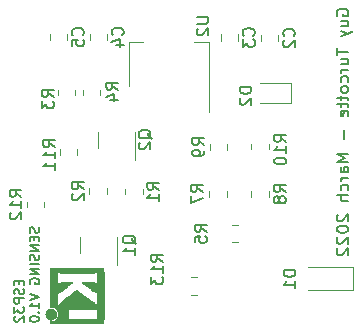
<source format=gbo>
G04 #@! TF.GenerationSoftware,KiCad,Pcbnew,6.0.4-6f826c9f35~116~ubuntu20.04.1*
G04 #@! TF.CreationDate,2022-03-23T14:40:53-04:00*
G04 #@! TF.ProjectId,ESP32 Sensing,45535033-3220-4536-956e-73696e672e6b,rev?*
G04 #@! TF.SameCoordinates,Original*
G04 #@! TF.FileFunction,Legend,Bot*
G04 #@! TF.FilePolarity,Positive*
%FSLAX46Y46*%
G04 Gerber Fmt 4.6, Leading zero omitted, Abs format (unit mm)*
G04 Created by KiCad (PCBNEW 6.0.4-6f826c9f35~116~ubuntu20.04.1) date 2022-03-23 14:40:53*
%MOMM*%
%LPD*%
G01*
G04 APERTURE LIST*
%ADD10C,0.150000*%
%ADD11C,0.120000*%
%ADD12C,0.010000*%
G04 APERTURE END LIST*
D10*
X145599696Y-97109194D02*
X145552076Y-97013956D01*
X145552076Y-96871098D01*
X145599696Y-96728241D01*
X145694934Y-96633003D01*
X145790172Y-96585384D01*
X145980648Y-96537765D01*
X146123505Y-96537765D01*
X146313981Y-96585384D01*
X146409219Y-96633003D01*
X146504457Y-96728241D01*
X146552076Y-96871098D01*
X146552076Y-96966337D01*
X146504457Y-97109194D01*
X146456838Y-97156813D01*
X146123505Y-97156813D01*
X146123505Y-96966337D01*
X145885410Y-98013956D02*
X146552076Y-98013956D01*
X145885410Y-97585384D02*
X146409219Y-97585384D01*
X146504457Y-97633003D01*
X146552076Y-97728241D01*
X146552076Y-97871098D01*
X146504457Y-97966337D01*
X146456838Y-98013956D01*
X145885410Y-98394908D02*
X146552076Y-98633003D01*
X145885410Y-98871098D02*
X146552076Y-98633003D01*
X146790172Y-98537765D01*
X146837791Y-98490146D01*
X146885410Y-98394908D01*
X145552076Y-99871098D02*
X145552076Y-100442527D01*
X146552076Y-100156813D02*
X145552076Y-100156813D01*
X145885410Y-101204432D02*
X146552076Y-101204432D01*
X145885410Y-100775860D02*
X146409219Y-100775860D01*
X146504457Y-100823479D01*
X146552076Y-100918717D01*
X146552076Y-101061575D01*
X146504457Y-101156813D01*
X146456838Y-101204432D01*
X146552076Y-101680622D02*
X145885410Y-101680622D01*
X146075886Y-101680622D02*
X145980648Y-101728241D01*
X145933029Y-101775860D01*
X145885410Y-101871098D01*
X145885410Y-101966337D01*
X146504457Y-102728241D02*
X146552076Y-102633003D01*
X146552076Y-102442527D01*
X146504457Y-102347289D01*
X146456838Y-102299670D01*
X146361600Y-102252051D01*
X146075886Y-102252051D01*
X145980648Y-102299670D01*
X145933029Y-102347289D01*
X145885410Y-102442527D01*
X145885410Y-102633003D01*
X145933029Y-102728241D01*
X146552076Y-103299670D02*
X146504457Y-103204432D01*
X146456838Y-103156813D01*
X146361600Y-103109194D01*
X146075886Y-103109194D01*
X145980648Y-103156813D01*
X145933029Y-103204432D01*
X145885410Y-103299670D01*
X145885410Y-103442527D01*
X145933029Y-103537765D01*
X145980648Y-103585384D01*
X146075886Y-103633003D01*
X146361600Y-103633003D01*
X146456838Y-103585384D01*
X146504457Y-103537765D01*
X146552076Y-103442527D01*
X146552076Y-103299670D01*
X145885410Y-103918717D02*
X145885410Y-104299670D01*
X145552076Y-104061575D02*
X146409219Y-104061575D01*
X146504457Y-104109194D01*
X146552076Y-104204432D01*
X146552076Y-104299670D01*
X145885410Y-104490146D02*
X145885410Y-104871098D01*
X145552076Y-104633003D02*
X146409219Y-104633003D01*
X146504457Y-104680622D01*
X146552076Y-104775860D01*
X146552076Y-104871098D01*
X146504457Y-105585384D02*
X146552076Y-105490146D01*
X146552076Y-105299670D01*
X146504457Y-105204432D01*
X146409219Y-105156813D01*
X146028267Y-105156813D01*
X145933029Y-105204432D01*
X145885410Y-105299670D01*
X145885410Y-105490146D01*
X145933029Y-105585384D01*
X146028267Y-105633003D01*
X146123505Y-105633003D01*
X146218743Y-105156813D01*
X146171124Y-106823479D02*
X146171124Y-107585384D01*
X146552076Y-108823479D02*
X145552076Y-108823479D01*
X146266362Y-109156813D01*
X145552076Y-109490146D01*
X146552076Y-109490146D01*
X146552076Y-110394908D02*
X146028267Y-110394908D01*
X145933029Y-110347289D01*
X145885410Y-110252051D01*
X145885410Y-110061575D01*
X145933029Y-109966337D01*
X146504457Y-110394908D02*
X146552076Y-110299670D01*
X146552076Y-110061575D01*
X146504457Y-109966337D01*
X146409219Y-109918717D01*
X146313981Y-109918717D01*
X146218743Y-109966337D01*
X146171124Y-110061575D01*
X146171124Y-110299670D01*
X146123505Y-110394908D01*
X146552076Y-110871098D02*
X145885410Y-110871098D01*
X146075886Y-110871098D02*
X145980648Y-110918717D01*
X145933029Y-110966337D01*
X145885410Y-111061575D01*
X145885410Y-111156813D01*
X146504457Y-111918717D02*
X146552076Y-111823479D01*
X146552076Y-111633003D01*
X146504457Y-111537765D01*
X146456838Y-111490146D01*
X146361600Y-111442527D01*
X146075886Y-111442527D01*
X145980648Y-111490146D01*
X145933029Y-111537765D01*
X145885410Y-111633003D01*
X145885410Y-111823479D01*
X145933029Y-111918717D01*
X146552076Y-112347289D02*
X145552076Y-112347289D01*
X146552076Y-112775860D02*
X146028267Y-112775860D01*
X145933029Y-112728241D01*
X145885410Y-112633003D01*
X145885410Y-112490146D01*
X145933029Y-112394908D01*
X145980648Y-112347289D01*
X145647315Y-113966337D02*
X145599696Y-114013956D01*
X145552076Y-114109194D01*
X145552076Y-114347289D01*
X145599696Y-114442527D01*
X145647315Y-114490146D01*
X145742553Y-114537765D01*
X145837791Y-114537765D01*
X145980648Y-114490146D01*
X146552076Y-113918717D01*
X146552076Y-114537765D01*
X145552076Y-115156813D02*
X145552076Y-115252051D01*
X145599696Y-115347289D01*
X145647315Y-115394908D01*
X145742553Y-115442527D01*
X145933029Y-115490146D01*
X146171124Y-115490146D01*
X146361600Y-115442527D01*
X146456838Y-115394908D01*
X146504457Y-115347289D01*
X146552076Y-115252051D01*
X146552076Y-115156813D01*
X146504457Y-115061575D01*
X146456838Y-115013956D01*
X146361600Y-114966337D01*
X146171124Y-114918717D01*
X145933029Y-114918717D01*
X145742553Y-114966337D01*
X145647315Y-115013956D01*
X145599696Y-115061575D01*
X145552076Y-115156813D01*
X145647315Y-115871098D02*
X145599696Y-115918717D01*
X145552076Y-116013956D01*
X145552076Y-116252051D01*
X145599696Y-116347289D01*
X145647315Y-116394908D01*
X145742553Y-116442527D01*
X145837791Y-116442527D01*
X145980648Y-116394908D01*
X146552076Y-115823479D01*
X146552076Y-116442527D01*
X145647315Y-116823479D02*
X145599696Y-116871098D01*
X145552076Y-116966337D01*
X145552076Y-117204432D01*
X145599696Y-117299670D01*
X145647315Y-117347289D01*
X145742553Y-117394908D01*
X145837791Y-117394908D01*
X145980648Y-117347289D01*
X146552076Y-116775860D01*
X146552076Y-117394908D01*
X118650679Y-119576931D02*
X118650679Y-119843598D01*
X119069726Y-119957883D02*
X119069726Y-119576931D01*
X118269726Y-119576931D01*
X118269726Y-119957883D01*
X119031631Y-120262645D02*
X119069726Y-120376931D01*
X119069726Y-120567407D01*
X119031631Y-120643598D01*
X118993536Y-120681693D01*
X118917345Y-120719788D01*
X118841155Y-120719788D01*
X118764964Y-120681693D01*
X118726869Y-120643598D01*
X118688774Y-120567407D01*
X118650679Y-120415026D01*
X118612583Y-120338836D01*
X118574488Y-120300740D01*
X118498298Y-120262645D01*
X118422107Y-120262645D01*
X118345917Y-120300740D01*
X118307822Y-120338836D01*
X118269726Y-120415026D01*
X118269726Y-120605502D01*
X118307822Y-120719788D01*
X119069726Y-121062645D02*
X118269726Y-121062645D01*
X118269726Y-121367407D01*
X118307822Y-121443598D01*
X118345917Y-121481693D01*
X118422107Y-121519788D01*
X118536393Y-121519788D01*
X118612583Y-121481693D01*
X118650679Y-121443598D01*
X118688774Y-121367407D01*
X118688774Y-121062645D01*
X118269726Y-121786455D02*
X118269726Y-122281693D01*
X118574488Y-122015026D01*
X118574488Y-122129312D01*
X118612583Y-122205502D01*
X118650679Y-122243598D01*
X118726869Y-122281693D01*
X118917345Y-122281693D01*
X118993536Y-122243598D01*
X119031631Y-122205502D01*
X119069726Y-122129312D01*
X119069726Y-121900740D01*
X119031631Y-121824550D01*
X118993536Y-121786455D01*
X118345917Y-122586455D02*
X118307822Y-122624550D01*
X118269726Y-122700740D01*
X118269726Y-122891217D01*
X118307822Y-122967407D01*
X118345917Y-123005502D01*
X118422107Y-123043598D01*
X118498298Y-123043598D01*
X118612583Y-123005502D01*
X119069726Y-122548359D01*
X119069726Y-123043598D01*
X120319631Y-115043598D02*
X120357726Y-115157883D01*
X120357726Y-115348359D01*
X120319631Y-115424550D01*
X120281536Y-115462645D01*
X120205345Y-115500740D01*
X120129155Y-115500740D01*
X120052964Y-115462645D01*
X120014869Y-115424550D01*
X119976774Y-115348359D01*
X119938679Y-115195979D01*
X119900583Y-115119788D01*
X119862488Y-115081693D01*
X119786298Y-115043598D01*
X119710107Y-115043598D01*
X119633917Y-115081693D01*
X119595822Y-115119788D01*
X119557726Y-115195979D01*
X119557726Y-115386455D01*
X119595822Y-115500740D01*
X119938679Y-115843598D02*
X119938679Y-116110264D01*
X120357726Y-116224550D02*
X120357726Y-115843598D01*
X119557726Y-115843598D01*
X119557726Y-116224550D01*
X120357726Y-116567407D02*
X119557726Y-116567407D01*
X120357726Y-117024550D01*
X119557726Y-117024550D01*
X120319631Y-117367407D02*
X120357726Y-117481693D01*
X120357726Y-117672169D01*
X120319631Y-117748359D01*
X120281536Y-117786455D01*
X120205345Y-117824550D01*
X120129155Y-117824550D01*
X120052964Y-117786455D01*
X120014869Y-117748359D01*
X119976774Y-117672169D01*
X119938679Y-117519788D01*
X119900583Y-117443598D01*
X119862488Y-117405502D01*
X119786298Y-117367407D01*
X119710107Y-117367407D01*
X119633917Y-117405502D01*
X119595822Y-117443598D01*
X119557726Y-117519788D01*
X119557726Y-117710264D01*
X119595822Y-117824550D01*
X120357726Y-118167407D02*
X119557726Y-118167407D01*
X120357726Y-118548359D02*
X119557726Y-118548359D01*
X120357726Y-119005502D01*
X119557726Y-119005502D01*
X119595822Y-119805502D02*
X119557726Y-119729312D01*
X119557726Y-119615026D01*
X119595822Y-119500740D01*
X119672012Y-119424550D01*
X119748202Y-119386455D01*
X119900583Y-119348359D01*
X120014869Y-119348359D01*
X120167250Y-119386455D01*
X120243441Y-119424550D01*
X120319631Y-119500740D01*
X120357726Y-119615026D01*
X120357726Y-119691217D01*
X120319631Y-119805502D01*
X120281536Y-119843598D01*
X120014869Y-119843598D01*
X120014869Y-119691217D01*
X119557726Y-120681693D02*
X120357726Y-120948359D01*
X119557726Y-121215026D01*
X120357726Y-121900740D02*
X120357726Y-121443598D01*
X120357726Y-121672169D02*
X119557726Y-121672169D01*
X119672012Y-121595979D01*
X119748202Y-121519788D01*
X119786298Y-121443598D01*
X120281536Y-122243598D02*
X120319631Y-122281693D01*
X120357726Y-122243598D01*
X120319631Y-122205502D01*
X120281536Y-122243598D01*
X120357726Y-122243598D01*
X119557726Y-122776931D02*
X119557726Y-122853121D01*
X119595822Y-122929312D01*
X119633917Y-122967407D01*
X119710107Y-123005502D01*
X119862488Y-123043598D01*
X120052964Y-123043598D01*
X120205345Y-123005502D01*
X120281536Y-122967407D01*
X120319631Y-122929312D01*
X120357726Y-122853121D01*
X120357726Y-122776931D01*
X120319631Y-122700740D01*
X120281536Y-122662645D01*
X120205345Y-122624550D01*
X120052964Y-122586455D01*
X119862488Y-122586455D01*
X119710107Y-122624550D01*
X119633917Y-122662645D01*
X119595822Y-122700740D01*
X119557726Y-122776931D01*
X130829036Y-117945755D02*
X130352846Y-117612422D01*
X130829036Y-117374327D02*
X129829036Y-117374327D01*
X129829036Y-117755279D01*
X129876656Y-117850517D01*
X129924275Y-117898136D01*
X130019513Y-117945755D01*
X130162370Y-117945755D01*
X130257608Y-117898136D01*
X130305227Y-117850517D01*
X130352846Y-117755279D01*
X130352846Y-117374327D01*
X130829036Y-118898136D02*
X130829036Y-118326708D01*
X130829036Y-118612422D02*
X129829036Y-118612422D01*
X129971894Y-118517184D01*
X130067132Y-118421946D01*
X130114751Y-118326708D01*
X129829036Y-119231470D02*
X129829036Y-119850517D01*
X130209989Y-119517184D01*
X130209989Y-119660041D01*
X130257608Y-119755279D01*
X130305227Y-119802898D01*
X130400465Y-119850517D01*
X130638560Y-119850517D01*
X130733798Y-119802898D01*
X130781417Y-119755279D01*
X130829036Y-119660041D01*
X130829036Y-119374327D01*
X130781417Y-119279089D01*
X130733798Y-119231470D01*
X134206604Y-112024782D02*
X133730414Y-111691449D01*
X134206604Y-111453353D02*
X133206604Y-111453353D01*
X133206604Y-111834306D01*
X133254224Y-111929544D01*
X133301843Y-111977163D01*
X133397081Y-112024782D01*
X133539938Y-112024782D01*
X133635176Y-111977163D01*
X133682795Y-111929544D01*
X133730414Y-111834306D01*
X133730414Y-111453353D01*
X133206604Y-112358115D02*
X133206604Y-113024782D01*
X134206604Y-112596210D01*
X127035560Y-103375440D02*
X126559370Y-103042107D01*
X127035560Y-102804011D02*
X126035560Y-102804011D01*
X126035560Y-103184964D01*
X126083180Y-103280202D01*
X126130799Y-103327821D01*
X126226037Y-103375440D01*
X126368894Y-103375440D01*
X126464132Y-103327821D01*
X126511751Y-103280202D01*
X126559370Y-103184964D01*
X126559370Y-102804011D01*
X126368894Y-104232583D02*
X127035560Y-104232583D01*
X125987941Y-103994487D02*
X126702227Y-103756392D01*
X126702227Y-104375440D01*
X121596077Y-104012902D02*
X121119887Y-103679569D01*
X121596077Y-103441473D02*
X120596077Y-103441473D01*
X120596077Y-103822426D01*
X120643697Y-103917664D01*
X120691316Y-103965283D01*
X120786554Y-104012902D01*
X120929411Y-104012902D01*
X121024649Y-103965283D01*
X121072268Y-103917664D01*
X121119887Y-103822426D01*
X121119887Y-103441473D01*
X120596077Y-104346235D02*
X120596077Y-104965283D01*
X120977030Y-104631949D01*
X120977030Y-104774807D01*
X121024649Y-104870045D01*
X121072268Y-104917664D01*
X121167506Y-104965283D01*
X121405601Y-104965283D01*
X121500839Y-104917664D01*
X121548458Y-104870045D01*
X121596077Y-104774807D01*
X121596077Y-104489092D01*
X121548458Y-104393854D01*
X121500839Y-104346235D01*
X129888686Y-107545433D02*
X129841067Y-107450195D01*
X129745828Y-107354957D01*
X129602971Y-107212100D01*
X129555352Y-107116862D01*
X129555352Y-107021624D01*
X129793447Y-107069243D02*
X129745828Y-106974005D01*
X129650590Y-106878767D01*
X129460114Y-106831148D01*
X129126781Y-106831148D01*
X128936305Y-106878767D01*
X128841067Y-106974005D01*
X128793447Y-107069243D01*
X128793447Y-107259719D01*
X128841067Y-107354957D01*
X128936305Y-107450195D01*
X129126781Y-107497814D01*
X129460114Y-107497814D01*
X129650590Y-107450195D01*
X129745828Y-107354957D01*
X129793447Y-107259719D01*
X129793447Y-107069243D01*
X128888686Y-107878767D02*
X128841067Y-107926386D01*
X128793447Y-108021624D01*
X128793447Y-108259719D01*
X128841067Y-108354957D01*
X128888686Y-108402576D01*
X128983924Y-108450195D01*
X129079162Y-108450195D01*
X129222019Y-108402576D01*
X129793447Y-107831148D01*
X129793447Y-108450195D01*
X141281057Y-107804206D02*
X140804867Y-107470873D01*
X141281057Y-107232778D02*
X140281057Y-107232778D01*
X140281057Y-107613730D01*
X140328677Y-107708968D01*
X140376296Y-107756587D01*
X140471534Y-107804206D01*
X140614391Y-107804206D01*
X140709629Y-107756587D01*
X140757248Y-107708968D01*
X140804867Y-107613730D01*
X140804867Y-107232778D01*
X141281057Y-108756587D02*
X141281057Y-108185159D01*
X141281057Y-108470873D02*
X140281057Y-108470873D01*
X140423915Y-108375635D01*
X140519153Y-108280397D01*
X140566772Y-108185159D01*
X140281057Y-109375635D02*
X140281057Y-109470873D01*
X140328677Y-109566111D01*
X140376296Y-109613730D01*
X140471534Y-109661349D01*
X140662010Y-109708968D01*
X140900105Y-109708968D01*
X141090581Y-109661349D01*
X141185819Y-109613730D01*
X141233438Y-109566111D01*
X141281057Y-109470873D01*
X141281057Y-109375635D01*
X141233438Y-109280397D01*
X141185819Y-109232778D01*
X141090581Y-109185159D01*
X140900105Y-109137540D01*
X140662010Y-109137540D01*
X140471534Y-109185159D01*
X140376296Y-109232778D01*
X140328677Y-109280397D01*
X140281057Y-109375635D01*
X134540492Y-115402190D02*
X134064302Y-115068857D01*
X134540492Y-114830761D02*
X133540492Y-114830761D01*
X133540492Y-115211714D01*
X133588112Y-115306952D01*
X133635731Y-115354571D01*
X133730969Y-115402190D01*
X133873826Y-115402190D01*
X133969064Y-115354571D01*
X134016683Y-115306952D01*
X134064302Y-115211714D01*
X134064302Y-114830761D01*
X133540492Y-116306952D02*
X133540492Y-115830761D01*
X134016683Y-115783142D01*
X133969064Y-115830761D01*
X133921445Y-115925999D01*
X133921445Y-116164095D01*
X133969064Y-116259333D01*
X134016683Y-116306952D01*
X134111921Y-116354571D01*
X134350016Y-116354571D01*
X134445254Y-116306952D01*
X134492873Y-116259333D01*
X134540492Y-116164095D01*
X134540492Y-115925999D01*
X134492873Y-115830761D01*
X134445254Y-115783142D01*
X127423440Y-98750882D02*
X127471059Y-98703263D01*
X127518678Y-98560406D01*
X127518678Y-98465168D01*
X127471059Y-98322310D01*
X127375821Y-98227072D01*
X127280583Y-98179453D01*
X127090107Y-98131834D01*
X126947250Y-98131834D01*
X126756774Y-98179453D01*
X126661536Y-98227072D01*
X126566298Y-98322310D01*
X126518678Y-98465168D01*
X126518678Y-98560406D01*
X126566298Y-98703263D01*
X126613917Y-98750882D01*
X126852012Y-99608025D02*
X127518678Y-99608025D01*
X126471059Y-99369929D02*
X127185345Y-99131834D01*
X127185345Y-99750882D01*
X128556316Y-116449188D02*
X128508697Y-116353950D01*
X128413458Y-116258712D01*
X128270601Y-116115855D01*
X128222982Y-116020617D01*
X128222982Y-115925379D01*
X128461077Y-115972998D02*
X128413458Y-115877760D01*
X128318220Y-115782522D01*
X128127744Y-115734903D01*
X127794411Y-115734903D01*
X127603935Y-115782522D01*
X127508697Y-115877760D01*
X127461077Y-115972998D01*
X127461077Y-116163474D01*
X127508697Y-116258712D01*
X127603935Y-116353950D01*
X127794411Y-116401569D01*
X128127744Y-116401569D01*
X128318220Y-116353950D01*
X128413458Y-116258712D01*
X128461077Y-116163474D01*
X128461077Y-115972998D01*
X128461077Y-117353950D02*
X128461077Y-116782522D01*
X128461077Y-117068236D02*
X127461077Y-117068236D01*
X127603935Y-116972998D01*
X127699173Y-116877760D01*
X127746792Y-116782522D01*
X134343494Y-108079551D02*
X133867304Y-107746218D01*
X134343494Y-107508122D02*
X133343494Y-107508122D01*
X133343494Y-107889075D01*
X133391114Y-107984313D01*
X133438733Y-108031932D01*
X133533971Y-108079551D01*
X133676828Y-108079551D01*
X133772066Y-108031932D01*
X133819685Y-107984313D01*
X133867304Y-107889075D01*
X133867304Y-107508122D01*
X134343494Y-108555741D02*
X134343494Y-108746218D01*
X134295875Y-108841456D01*
X134248256Y-108889075D01*
X134105399Y-108984313D01*
X133914923Y-109031932D01*
X133533971Y-109031932D01*
X133438733Y-108984313D01*
X133391114Y-108936694D01*
X133343494Y-108841456D01*
X133343494Y-108650979D01*
X133391114Y-108555741D01*
X133438733Y-108508122D01*
X133533971Y-108460503D01*
X133772066Y-108460503D01*
X133867304Y-108508122D01*
X133914923Y-108555741D01*
X133962542Y-108650979D01*
X133962542Y-108841456D01*
X133914923Y-108936694D01*
X133867304Y-108984313D01*
X133772066Y-109031932D01*
X138510169Y-98801736D02*
X138557788Y-98754117D01*
X138605407Y-98611260D01*
X138605407Y-98516022D01*
X138557788Y-98373164D01*
X138462550Y-98277926D01*
X138367312Y-98230307D01*
X138176836Y-98182688D01*
X138033979Y-98182688D01*
X137843503Y-98230307D01*
X137748265Y-98277926D01*
X137653027Y-98373164D01*
X137605407Y-98516022D01*
X137605407Y-98611260D01*
X137653027Y-98754117D01*
X137700646Y-98801736D01*
X137605407Y-99135069D02*
X137605407Y-99754117D01*
X137986360Y-99420783D01*
X137986360Y-99563641D01*
X138033979Y-99658879D01*
X138081598Y-99706498D01*
X138176836Y-99754117D01*
X138414931Y-99754117D01*
X138510169Y-99706498D01*
X138557788Y-99658879D01*
X138605407Y-99563641D01*
X138605407Y-99277926D01*
X138557788Y-99182688D01*
X138510169Y-99135069D01*
X141245314Y-112044426D02*
X140769124Y-111711093D01*
X141245314Y-111472997D02*
X140245314Y-111472997D01*
X140245314Y-111853950D01*
X140292934Y-111949188D01*
X140340553Y-111996807D01*
X140435791Y-112044426D01*
X140578648Y-112044426D01*
X140673886Y-111996807D01*
X140721505Y-111949188D01*
X140769124Y-111853950D01*
X140769124Y-111472997D01*
X140673886Y-112615854D02*
X140626267Y-112520616D01*
X140578648Y-112472997D01*
X140483410Y-112425378D01*
X140435791Y-112425378D01*
X140340553Y-112472997D01*
X140292934Y-112520616D01*
X140245314Y-112615854D01*
X140245314Y-112806331D01*
X140292934Y-112901569D01*
X140340553Y-112949188D01*
X140435791Y-112996807D01*
X140483410Y-112996807D01*
X140578648Y-112949188D01*
X140626267Y-112901569D01*
X140673886Y-112806331D01*
X140673886Y-112615854D01*
X140721505Y-112520616D01*
X140769124Y-112472997D01*
X140864362Y-112425378D01*
X141054838Y-112425378D01*
X141150076Y-112472997D01*
X141197695Y-112520616D01*
X141245314Y-112615854D01*
X141245314Y-112806331D01*
X141197695Y-112901569D01*
X141150076Y-112949188D01*
X141054838Y-112996807D01*
X140864362Y-112996807D01*
X140769124Y-112949188D01*
X140721505Y-112901569D01*
X140673886Y-112806331D01*
X142064536Y-118658069D02*
X141064536Y-118658069D01*
X141064536Y-118896165D01*
X141112156Y-119039022D01*
X141207394Y-119134260D01*
X141302632Y-119181879D01*
X141493108Y-119229498D01*
X141635965Y-119229498D01*
X141826441Y-119181879D01*
X141921679Y-119134260D01*
X142016917Y-119039022D01*
X142064536Y-118896165D01*
X142064536Y-118658069D01*
X142064536Y-120181879D02*
X142064536Y-119610450D01*
X142064536Y-119896165D02*
X141064536Y-119896165D01*
X141207394Y-119800926D01*
X141302632Y-119705688D01*
X141350251Y-119610450D01*
X124141258Y-111815348D02*
X123665068Y-111482015D01*
X124141258Y-111243919D02*
X123141258Y-111243919D01*
X123141258Y-111624872D01*
X123188878Y-111720110D01*
X123236497Y-111767729D01*
X123331735Y-111815348D01*
X123474592Y-111815348D01*
X123569830Y-111767729D01*
X123617449Y-111720110D01*
X123665068Y-111624872D01*
X123665068Y-111243919D01*
X123236497Y-112196300D02*
X123188878Y-112243919D01*
X123141258Y-112339157D01*
X123141258Y-112577253D01*
X123188878Y-112672491D01*
X123236497Y-112720110D01*
X123331735Y-112767729D01*
X123426973Y-112767729D01*
X123569830Y-112720110D01*
X124141258Y-112148681D01*
X124141258Y-112767729D01*
X118861861Y-112471730D02*
X118385671Y-112138397D01*
X118861861Y-111900302D02*
X117861861Y-111900302D01*
X117861861Y-112281254D01*
X117909481Y-112376492D01*
X117957100Y-112424111D01*
X118052338Y-112471730D01*
X118195195Y-112471730D01*
X118290433Y-112424111D01*
X118338052Y-112376492D01*
X118385671Y-112281254D01*
X118385671Y-111900302D01*
X118861861Y-113424111D02*
X118861861Y-112852683D01*
X118861861Y-113138397D02*
X117861861Y-113138397D01*
X118004719Y-113043159D01*
X118099957Y-112947921D01*
X118147576Y-112852683D01*
X117957100Y-113805064D02*
X117909481Y-113852683D01*
X117861861Y-113947921D01*
X117861861Y-114186016D01*
X117909481Y-114281254D01*
X117957100Y-114328873D01*
X118052338Y-114376492D01*
X118147576Y-114376492D01*
X118290433Y-114328873D01*
X118861861Y-113757445D01*
X118861861Y-114376492D01*
X138332871Y-103160656D02*
X137332871Y-103160656D01*
X137332871Y-103398752D01*
X137380491Y-103541609D01*
X137475729Y-103636847D01*
X137570967Y-103684466D01*
X137761443Y-103732085D01*
X137904300Y-103732085D01*
X138094776Y-103684466D01*
X138190014Y-103636847D01*
X138285252Y-103541609D01*
X138332871Y-103398752D01*
X138332871Y-103160656D01*
X137428110Y-104113037D02*
X137380491Y-104160656D01*
X137332871Y-104255894D01*
X137332871Y-104493990D01*
X137380491Y-104589228D01*
X137428110Y-104636847D01*
X137523348Y-104684466D01*
X137618586Y-104684466D01*
X137761443Y-104636847D01*
X138332871Y-104065418D01*
X138332871Y-104684466D01*
X130496298Y-111856082D02*
X130020108Y-111522749D01*
X130496298Y-111284653D02*
X129496298Y-111284653D01*
X129496298Y-111665606D01*
X129543918Y-111760844D01*
X129591537Y-111808463D01*
X129686775Y-111856082D01*
X129829632Y-111856082D01*
X129924870Y-111808463D01*
X129972489Y-111760844D01*
X130020108Y-111665606D01*
X130020108Y-111284653D01*
X130496298Y-112808463D02*
X130496298Y-112237034D01*
X130496298Y-112522749D02*
X129496298Y-112522749D01*
X129639156Y-112427510D01*
X129734394Y-112332272D01*
X129782013Y-112237034D01*
X133697629Y-97224228D02*
X134507153Y-97224228D01*
X134602391Y-97271847D01*
X134650010Y-97319466D01*
X134697629Y-97414704D01*
X134697629Y-97605180D01*
X134650010Y-97700418D01*
X134602391Y-97748037D01*
X134507153Y-97795656D01*
X133697629Y-97795656D01*
X133792868Y-98224228D02*
X133745249Y-98271847D01*
X133697629Y-98367085D01*
X133697629Y-98605180D01*
X133745249Y-98700418D01*
X133792868Y-98748037D01*
X133888106Y-98795656D01*
X133983344Y-98795656D01*
X134126201Y-98748037D01*
X134697629Y-98176609D01*
X134697629Y-98795656D01*
X121708779Y-108261680D02*
X121232589Y-107928347D01*
X121708779Y-107690252D02*
X120708779Y-107690252D01*
X120708779Y-108071204D01*
X120756399Y-108166442D01*
X120804018Y-108214061D01*
X120899256Y-108261680D01*
X121042113Y-108261680D01*
X121137351Y-108214061D01*
X121184970Y-108166442D01*
X121232589Y-108071204D01*
X121232589Y-107690252D01*
X121708779Y-109214061D02*
X121708779Y-108642633D01*
X121708779Y-108928347D02*
X120708779Y-108928347D01*
X120851637Y-108833109D01*
X120946875Y-108737871D01*
X120994494Y-108642633D01*
X121708779Y-110166442D02*
X121708779Y-109595014D01*
X121708779Y-109880728D02*
X120708779Y-109880728D01*
X120851637Y-109785490D01*
X120946875Y-109690252D01*
X120994494Y-109595014D01*
X141915321Y-98833939D02*
X141962940Y-98786320D01*
X142010559Y-98643463D01*
X142010559Y-98548225D01*
X141962940Y-98405367D01*
X141867702Y-98310129D01*
X141772464Y-98262510D01*
X141581988Y-98214891D01*
X141439131Y-98214891D01*
X141248655Y-98262510D01*
X141153417Y-98310129D01*
X141058179Y-98405367D01*
X141010559Y-98548225D01*
X141010559Y-98643463D01*
X141058179Y-98786320D01*
X141105798Y-98833939D01*
X141105798Y-99214891D02*
X141058179Y-99262510D01*
X141010559Y-99357748D01*
X141010559Y-99595844D01*
X141058179Y-99691082D01*
X141105798Y-99738701D01*
X141201036Y-99786320D01*
X141296274Y-99786320D01*
X141439131Y-99738701D01*
X142010559Y-99167272D01*
X142010559Y-99786320D01*
X124049894Y-98774624D02*
X124097513Y-98727005D01*
X124145132Y-98584148D01*
X124145132Y-98488910D01*
X124097513Y-98346052D01*
X124002275Y-98250814D01*
X123907037Y-98203195D01*
X123716561Y-98155576D01*
X123573704Y-98155576D01*
X123383228Y-98203195D01*
X123287990Y-98250814D01*
X123192752Y-98346052D01*
X123145132Y-98488910D01*
X123145132Y-98584148D01*
X123192752Y-98727005D01*
X123240371Y-98774624D01*
X123145132Y-99679386D02*
X123145132Y-99203195D01*
X123621323Y-99155576D01*
X123573704Y-99203195D01*
X123526085Y-99298433D01*
X123526085Y-99536529D01*
X123573704Y-99631767D01*
X123621323Y-99679386D01*
X123716561Y-99727005D01*
X123954656Y-99727005D01*
X124049894Y-99679386D01*
X124097513Y-99631767D01*
X124145132Y-99536529D01*
X124145132Y-99298433D01*
X124097513Y-99203195D01*
X124049894Y-99155576D01*
D11*
X133702809Y-119284834D02*
X133248681Y-119284834D01*
X133702809Y-120754834D02*
X133248681Y-120754834D01*
X136257187Y-111984029D02*
X136257187Y-112438157D01*
X134787187Y-111984029D02*
X134787187Y-112438157D01*
X125519101Y-103852659D02*
X125519101Y-103398531D01*
X124049101Y-103852659D02*
X124049101Y-103398531D01*
X123421912Y-103418315D02*
X123421912Y-103872443D01*
X121951912Y-103418315D02*
X121951912Y-103872443D01*
X128501067Y-107640672D02*
X128501067Y-106990672D01*
X125381067Y-107640672D02*
X125381067Y-106990672D01*
X125381067Y-107640672D02*
X125381067Y-108290672D01*
X128501067Y-107640672D02*
X128501067Y-109315672D01*
X139800471Y-107992936D02*
X139800471Y-108447064D01*
X138330471Y-107992936D02*
X138330471Y-108447064D01*
X136722674Y-114838251D02*
X137176802Y-114838251D01*
X136722674Y-116308251D02*
X137176802Y-116308251D01*
X124651298Y-99178801D02*
X124651298Y-98656297D01*
X126121298Y-99178801D02*
X126121298Y-98656297D01*
X123868478Y-116544427D02*
X123868478Y-115894427D01*
X123868478Y-116544427D02*
X123868478Y-117194427D01*
X126988478Y-116544427D02*
X126988478Y-118219427D01*
X126988478Y-116544427D02*
X126988478Y-115894427D01*
X134810928Y-108019154D02*
X134810928Y-108473282D01*
X136280928Y-108019154D02*
X136280928Y-108473282D01*
G36*
X122124143Y-118456857D02*
G01*
X122271348Y-118456554D01*
X122435481Y-118456368D01*
X122617484Y-118456274D01*
X122818297Y-118456245D01*
X123038864Y-118456255D01*
X123280124Y-118456280D01*
X123543021Y-118456294D01*
X123585172Y-118456294D01*
X123845800Y-118456270D01*
X124084928Y-118456231D01*
X124303492Y-118456208D01*
X124502427Y-118456229D01*
X124682667Y-118456323D01*
X124845147Y-118456521D01*
X124990802Y-118456853D01*
X125120566Y-118457347D01*
X125235375Y-118458033D01*
X125336162Y-118458940D01*
X125423862Y-118460099D01*
X125499411Y-118461538D01*
X125563743Y-118463287D01*
X125617793Y-118465376D01*
X125662495Y-118467833D01*
X125698784Y-118470689D01*
X125727595Y-118473973D01*
X125749863Y-118477714D01*
X125766522Y-118481942D01*
X125778507Y-118486687D01*
X125786753Y-118491977D01*
X125792194Y-118497843D01*
X125795766Y-118504314D01*
X125798402Y-118511419D01*
X125801038Y-118519188D01*
X125804609Y-118527650D01*
X125806277Y-118532008D01*
X125808243Y-118540521D01*
X125810043Y-118553222D01*
X125811687Y-118571031D01*
X125813179Y-118594867D01*
X125814529Y-118625650D01*
X125815743Y-118664299D01*
X125816829Y-118711734D01*
X125817793Y-118768873D01*
X125818643Y-118836637D01*
X125819385Y-118915945D01*
X125820029Y-119007717D01*
X125820579Y-119112872D01*
X125821045Y-119232329D01*
X125821432Y-119367008D01*
X125821748Y-119517828D01*
X125822001Y-119685710D01*
X125822198Y-119871571D01*
X125822345Y-120076333D01*
X125822450Y-120300914D01*
X125822521Y-120546234D01*
X125822564Y-120813212D01*
X125822569Y-120851595D01*
X125822612Y-121116994D01*
X125822657Y-121360866D01*
X125822680Y-121584133D01*
X125822656Y-121787720D01*
X125822562Y-121972549D01*
X125822375Y-122139543D01*
X125822071Y-122289626D01*
X125821626Y-122423720D01*
X125821017Y-122542750D01*
X125820221Y-122647637D01*
X125819212Y-122739306D01*
X125817969Y-122818679D01*
X125816467Y-122886679D01*
X125814683Y-122944230D01*
X125812593Y-122992254D01*
X125810174Y-123031676D01*
X125807402Y-123063417D01*
X125804253Y-123088402D01*
X125800704Y-123107552D01*
X125796730Y-123121793D01*
X125792310Y-123132045D01*
X125787418Y-123139234D01*
X125782032Y-123144281D01*
X125776128Y-123148111D01*
X125769681Y-123151645D01*
X125762669Y-123155808D01*
X125760819Y-123156891D01*
X125755312Y-123159103D01*
X125747000Y-123161130D01*
X125734941Y-123162978D01*
X125718195Y-123164655D01*
X125695819Y-123166171D01*
X125666872Y-123167533D01*
X125630412Y-123168749D01*
X125585499Y-123169827D01*
X125531189Y-123170776D01*
X125466542Y-123171604D01*
X125390616Y-123172319D01*
X125302470Y-123172929D01*
X125201161Y-123173442D01*
X125085749Y-123173866D01*
X124955292Y-123174210D01*
X124808848Y-123174482D01*
X124645476Y-123174689D01*
X124464233Y-123174840D01*
X124264180Y-123174944D01*
X124044373Y-123175008D01*
X123803871Y-123175040D01*
X123541734Y-123175049D01*
X121350163Y-123175049D01*
X121311781Y-123136667D01*
X121288043Y-123109561D01*
X121276243Y-123082663D01*
X121273399Y-123046356D01*
X121273399Y-122994427D01*
X121361338Y-122994427D01*
X121411234Y-122992489D01*
X121521655Y-122973717D01*
X121623119Y-122936699D01*
X121714284Y-122883547D01*
X121793805Y-122816370D01*
X121815381Y-122790721D01*
X122786110Y-122790721D01*
X123962977Y-122793796D01*
X125139843Y-122796871D01*
X125198754Y-122823509D01*
X125223315Y-122835431D01*
X125253566Y-122852670D01*
X125270692Y-122865842D01*
X125278723Y-122873840D01*
X125293625Y-122881538D01*
X125294897Y-122877656D01*
X125296923Y-122854396D01*
X125298758Y-122812042D01*
X125300359Y-122752784D01*
X125301681Y-122678809D01*
X125302680Y-122592306D01*
X125303312Y-122495464D01*
X125303532Y-122390471D01*
X125303481Y-122321560D01*
X125303223Y-122223309D01*
X125302769Y-122133886D01*
X125302142Y-122055583D01*
X125301367Y-121990693D01*
X125300467Y-121941505D01*
X125299466Y-121910312D01*
X125298389Y-121899405D01*
X125295169Y-121900594D01*
X125277584Y-121910740D01*
X125251290Y-121927876D01*
X125238823Y-121936376D01*
X125224754Y-121945587D01*
X125210483Y-121953683D01*
X125194611Y-121960731D01*
X125175741Y-121966799D01*
X125152473Y-121971955D01*
X125123410Y-121976265D01*
X125087153Y-121979797D01*
X125042302Y-121982619D01*
X124987460Y-121984798D01*
X124921229Y-121986402D01*
X124842209Y-121987497D01*
X124749003Y-121988151D01*
X124640211Y-121988432D01*
X124514435Y-121988407D01*
X124370277Y-121988144D01*
X124206339Y-121987710D01*
X124021221Y-121987171D01*
X123842364Y-121986637D01*
X123683506Y-121986111D01*
X123544448Y-121985566D01*
X123423797Y-121984971D01*
X123320160Y-121984297D01*
X123232143Y-121983513D01*
X123158355Y-121982590D01*
X123097401Y-121981497D01*
X123047889Y-121980204D01*
X123008425Y-121978681D01*
X122977616Y-121976897D01*
X122954070Y-121974824D01*
X122936392Y-121972430D01*
X122923191Y-121969686D01*
X122913072Y-121966560D01*
X122904643Y-121963024D01*
X122896507Y-121959125D01*
X122859676Y-121939478D01*
X122829523Y-121920691D01*
X122828040Y-121919644D01*
X122805791Y-121905314D01*
X122792834Y-121899405D01*
X122792381Y-121900412D01*
X122790935Y-121917611D01*
X122789612Y-121954260D01*
X122788448Y-122007954D01*
X122787479Y-122076286D01*
X122786743Y-122156852D01*
X122786274Y-122247246D01*
X122786110Y-122345063D01*
X122786110Y-122790721D01*
X121815381Y-122790721D01*
X121860337Y-122737278D01*
X121912538Y-122648382D01*
X121949062Y-122551791D01*
X121968566Y-122449616D01*
X121969705Y-122343966D01*
X121951137Y-122236952D01*
X121911516Y-122130684D01*
X121853648Y-122033697D01*
X121778816Y-121948623D01*
X121690747Y-121879901D01*
X121591748Y-121828998D01*
X121484125Y-121797381D01*
X121370186Y-121786516D01*
X121273399Y-121786516D01*
X121273399Y-120558800D01*
X121882999Y-120558800D01*
X121883249Y-121690560D01*
X121913854Y-121651049D01*
X121921221Y-121641668D01*
X121975570Y-121578733D01*
X122043391Y-121509919D01*
X122126648Y-121433320D01*
X122227310Y-121347028D01*
X122247979Y-121329864D01*
X122297541Y-121289083D01*
X122358458Y-121239328D01*
X122429030Y-121181961D01*
X122507556Y-121118347D01*
X122592336Y-121049847D01*
X122681669Y-120977826D01*
X122773854Y-120903646D01*
X122792834Y-120888399D01*
X122867192Y-120828670D01*
X122959980Y-120754263D01*
X123050520Y-120681785D01*
X123137110Y-120612602D01*
X123218050Y-120548075D01*
X123291638Y-120489569D01*
X123356176Y-120438446D01*
X123409961Y-120396069D01*
X123451294Y-120363801D01*
X123478474Y-120343006D01*
X123489800Y-120335047D01*
X123493903Y-120336805D01*
X123514466Y-120349686D01*
X123550693Y-120374031D01*
X123600956Y-120408669D01*
X123663624Y-120452430D01*
X123737068Y-120504141D01*
X123819659Y-120562632D01*
X123909768Y-120626732D01*
X124005763Y-120695270D01*
X124106017Y-120767073D01*
X124208900Y-120840972D01*
X124312782Y-120915795D01*
X124416033Y-120990371D01*
X124517024Y-121063529D01*
X124614126Y-121134097D01*
X124705709Y-121200905D01*
X124790143Y-121262781D01*
X124865799Y-121318555D01*
X124931048Y-121367054D01*
X124984260Y-121407109D01*
X125023805Y-121437547D01*
X125049158Y-121457972D01*
X125103427Y-121504017D01*
X125159907Y-121554304D01*
X125209801Y-121601101D01*
X125303532Y-121692265D01*
X125303532Y-120537826D01*
X125227332Y-120538460D01*
X125185292Y-120537342D01*
X125149466Y-120531612D01*
X125111904Y-120519026D01*
X125063709Y-120497348D01*
X125057029Y-120494127D01*
X125007491Y-120468728D01*
X124959501Y-120441920D01*
X124922598Y-120418999D01*
X124915966Y-120414431D01*
X124884725Y-120392400D01*
X124839786Y-120360223D01*
X124783279Y-120319459D01*
X124717336Y-120271671D01*
X124644089Y-120218418D01*
X124565668Y-120161261D01*
X124484204Y-120101761D01*
X124401830Y-120041479D01*
X124320676Y-119981976D01*
X124242874Y-119924811D01*
X124170555Y-119871546D01*
X124105850Y-119823742D01*
X124050891Y-119782959D01*
X124007808Y-119750758D01*
X123978734Y-119728700D01*
X123965799Y-119718345D01*
X123961483Y-119713872D01*
X123959444Y-119709680D01*
X123962058Y-119706273D01*
X123971118Y-119703591D01*
X123988417Y-119701575D01*
X124015746Y-119700168D01*
X124054897Y-119699311D01*
X124107665Y-119698946D01*
X124175839Y-119699013D01*
X124261214Y-119699456D01*
X124365581Y-119700214D01*
X124490732Y-119701231D01*
X124535432Y-119701608D01*
X124656527Y-119702747D01*
X124757820Y-119703944D01*
X124841394Y-119705280D01*
X124909336Y-119706839D01*
X124963731Y-119708701D01*
X125006664Y-119710950D01*
X125040221Y-119713668D01*
X125066487Y-119716937D01*
X125087548Y-119720838D01*
X125105489Y-119725455D01*
X125131902Y-119733724D01*
X125193904Y-119757333D01*
X125246705Y-119783231D01*
X125283777Y-119808381D01*
X125285207Y-119809577D01*
X125289556Y-119811748D01*
X125293158Y-119809588D01*
X125296083Y-119801272D01*
X125298401Y-119784976D01*
X125300183Y-119758875D01*
X125301499Y-119721145D01*
X125302418Y-119669960D01*
X125303010Y-119603496D01*
X125303347Y-119519929D01*
X125303497Y-119417433D01*
X125303532Y-119294184D01*
X125303532Y-118762620D01*
X125245915Y-118801393D01*
X125237025Y-118807484D01*
X125222201Y-118817940D01*
X125208554Y-118827337D01*
X125194897Y-118835733D01*
X125180043Y-118843183D01*
X125162802Y-118849743D01*
X125141987Y-118855470D01*
X125116412Y-118860421D01*
X125084887Y-118864650D01*
X125046225Y-118868215D01*
X124999239Y-118871172D01*
X124942740Y-118873576D01*
X124875541Y-118875485D01*
X124796454Y-118876954D01*
X124704292Y-118878040D01*
X124597866Y-118878798D01*
X124475989Y-118879286D01*
X124337473Y-118879558D01*
X124181131Y-118879673D01*
X124005774Y-118879685D01*
X123810214Y-118879651D01*
X123593265Y-118879627D01*
X123470645Y-118879636D01*
X123265579Y-118879673D01*
X123081248Y-118879689D01*
X122916466Y-118879628D01*
X122770048Y-118879432D01*
X122640806Y-118879046D01*
X122527554Y-118878411D01*
X122429107Y-118877472D01*
X122344276Y-118876171D01*
X122271876Y-118874452D01*
X122210721Y-118872257D01*
X122159624Y-118869531D01*
X122117399Y-118866215D01*
X122082859Y-118862254D01*
X122054818Y-118857591D01*
X122032090Y-118852169D01*
X122013488Y-118845930D01*
X121997825Y-118838819D01*
X121983916Y-118830778D01*
X121970573Y-118821750D01*
X121956611Y-118811680D01*
X121940843Y-118800509D01*
X121882999Y-118760719D01*
X121882999Y-119820602D01*
X121946098Y-119782605D01*
X121971137Y-119767923D01*
X121998718Y-119753385D01*
X122026832Y-119741289D01*
X122057683Y-119731384D01*
X122093476Y-119723422D01*
X122136415Y-119717155D01*
X122188706Y-119712334D01*
X122252551Y-119708710D01*
X122330157Y-119706035D01*
X122423726Y-119704059D01*
X122535465Y-119702534D01*
X122667577Y-119701212D01*
X122787566Y-119700303D01*
X122904195Y-119699896D01*
X122999663Y-119700149D01*
X123073688Y-119701059D01*
X123125987Y-119702623D01*
X123156281Y-119704837D01*
X123164288Y-119707696D01*
X123160990Y-119710755D01*
X123139540Y-119728910D01*
X123103021Y-119758641D01*
X123053574Y-119798277D01*
X122993339Y-119846145D01*
X122924459Y-119900573D01*
X122849075Y-119959889D01*
X122769328Y-120022421D01*
X122687360Y-120086495D01*
X122605312Y-120150441D01*
X122525326Y-120212585D01*
X122449543Y-120271255D01*
X122380105Y-120324779D01*
X122319153Y-120371486D01*
X122268828Y-120409702D01*
X122231272Y-120437755D01*
X122208627Y-120453973D01*
X122136344Y-120499281D01*
X122056595Y-120539255D01*
X121988320Y-120560786D01*
X121930976Y-120564089D01*
X121882999Y-120558800D01*
X121273399Y-120558800D01*
X121273399Y-120166163D01*
X121273412Y-119955019D01*
X121273462Y-119750896D01*
X121273562Y-119567230D01*
X121273724Y-119402925D01*
X121273961Y-119256887D01*
X121274285Y-119128022D01*
X121274707Y-119015233D01*
X121275241Y-118917428D01*
X121275899Y-118833512D01*
X121276693Y-118762389D01*
X121277636Y-118702966D01*
X121278740Y-118654148D01*
X121280016Y-118614839D01*
X121281479Y-118583947D01*
X121283139Y-118560375D01*
X121285010Y-118543030D01*
X121287104Y-118530817D01*
X121289432Y-118522641D01*
X121292008Y-118517408D01*
X121295577Y-118511412D01*
X121299110Y-118504637D01*
X121302620Y-118498438D01*
X121307050Y-118492790D01*
X121313340Y-118487669D01*
X121322433Y-118483047D01*
X121335271Y-118478901D01*
X121352794Y-118475203D01*
X121375945Y-118471929D01*
X121405666Y-118469053D01*
X121442897Y-118466549D01*
X121488581Y-118464392D01*
X121543659Y-118462556D01*
X121609073Y-118461016D01*
X121685765Y-118459746D01*
X121774676Y-118458721D01*
X121876749Y-118457915D01*
X121882999Y-118457882D01*
X121992924Y-118457302D01*
X122124143Y-118456857D01*
G37*
D12*
X122124143Y-118456857D02*
X122271348Y-118456554D01*
X122435481Y-118456368D01*
X122617484Y-118456274D01*
X122818297Y-118456245D01*
X123038864Y-118456255D01*
X123280124Y-118456280D01*
X123543021Y-118456294D01*
X123585172Y-118456294D01*
X123845800Y-118456270D01*
X124084928Y-118456231D01*
X124303492Y-118456208D01*
X124502427Y-118456229D01*
X124682667Y-118456323D01*
X124845147Y-118456521D01*
X124990802Y-118456853D01*
X125120566Y-118457347D01*
X125235375Y-118458033D01*
X125336162Y-118458940D01*
X125423862Y-118460099D01*
X125499411Y-118461538D01*
X125563743Y-118463287D01*
X125617793Y-118465376D01*
X125662495Y-118467833D01*
X125698784Y-118470689D01*
X125727595Y-118473973D01*
X125749863Y-118477714D01*
X125766522Y-118481942D01*
X125778507Y-118486687D01*
X125786753Y-118491977D01*
X125792194Y-118497843D01*
X125795766Y-118504314D01*
X125798402Y-118511419D01*
X125801038Y-118519188D01*
X125804609Y-118527650D01*
X125806277Y-118532008D01*
X125808243Y-118540521D01*
X125810043Y-118553222D01*
X125811687Y-118571031D01*
X125813179Y-118594867D01*
X125814529Y-118625650D01*
X125815743Y-118664299D01*
X125816829Y-118711734D01*
X125817793Y-118768873D01*
X125818643Y-118836637D01*
X125819385Y-118915945D01*
X125820029Y-119007717D01*
X125820579Y-119112872D01*
X125821045Y-119232329D01*
X125821432Y-119367008D01*
X125821748Y-119517828D01*
X125822001Y-119685710D01*
X125822198Y-119871571D01*
X125822345Y-120076333D01*
X125822450Y-120300914D01*
X125822521Y-120546234D01*
X125822564Y-120813212D01*
X125822569Y-120851595D01*
X125822612Y-121116994D01*
X125822657Y-121360866D01*
X125822680Y-121584133D01*
X125822656Y-121787720D01*
X125822562Y-121972549D01*
X125822375Y-122139543D01*
X125822071Y-122289626D01*
X125821626Y-122423720D01*
X125821017Y-122542750D01*
X125820221Y-122647637D01*
X125819212Y-122739306D01*
X125817969Y-122818679D01*
X125816467Y-122886679D01*
X125814683Y-122944230D01*
X125812593Y-122992254D01*
X125810174Y-123031676D01*
X125807402Y-123063417D01*
X125804253Y-123088402D01*
X125800704Y-123107552D01*
X125796730Y-123121793D01*
X125792310Y-123132045D01*
X125787418Y-123139234D01*
X125782032Y-123144281D01*
X125776128Y-123148111D01*
X125769681Y-123151645D01*
X125762669Y-123155808D01*
X125760819Y-123156891D01*
X125755312Y-123159103D01*
X125747000Y-123161130D01*
X125734941Y-123162978D01*
X125718195Y-123164655D01*
X125695819Y-123166171D01*
X125666872Y-123167533D01*
X125630412Y-123168749D01*
X125585499Y-123169827D01*
X125531189Y-123170776D01*
X125466542Y-123171604D01*
X125390616Y-123172319D01*
X125302470Y-123172929D01*
X125201161Y-123173442D01*
X125085749Y-123173866D01*
X124955292Y-123174210D01*
X124808848Y-123174482D01*
X124645476Y-123174689D01*
X124464233Y-123174840D01*
X124264180Y-123174944D01*
X124044373Y-123175008D01*
X123803871Y-123175040D01*
X123541734Y-123175049D01*
X121350163Y-123175049D01*
X121311781Y-123136667D01*
X121288043Y-123109561D01*
X121276243Y-123082663D01*
X121273399Y-123046356D01*
X121273399Y-122994427D01*
X121361338Y-122994427D01*
X121411234Y-122992489D01*
X121521655Y-122973717D01*
X121623119Y-122936699D01*
X121714284Y-122883547D01*
X121793805Y-122816370D01*
X121815381Y-122790721D01*
X122786110Y-122790721D01*
X123962977Y-122793796D01*
X125139843Y-122796871D01*
X125198754Y-122823509D01*
X125223315Y-122835431D01*
X125253566Y-122852670D01*
X125270692Y-122865842D01*
X125278723Y-122873840D01*
X125293625Y-122881538D01*
X125294897Y-122877656D01*
X125296923Y-122854396D01*
X125298758Y-122812042D01*
X125300359Y-122752784D01*
X125301681Y-122678809D01*
X125302680Y-122592306D01*
X125303312Y-122495464D01*
X125303532Y-122390471D01*
X125303481Y-122321560D01*
X125303223Y-122223309D01*
X125302769Y-122133886D01*
X125302142Y-122055583D01*
X125301367Y-121990693D01*
X125300467Y-121941505D01*
X125299466Y-121910312D01*
X125298389Y-121899405D01*
X125295169Y-121900594D01*
X125277584Y-121910740D01*
X125251290Y-121927876D01*
X125238823Y-121936376D01*
X125224754Y-121945587D01*
X125210483Y-121953683D01*
X125194611Y-121960731D01*
X125175741Y-121966799D01*
X125152473Y-121971955D01*
X125123410Y-121976265D01*
X125087153Y-121979797D01*
X125042302Y-121982619D01*
X124987460Y-121984798D01*
X124921229Y-121986402D01*
X124842209Y-121987497D01*
X124749003Y-121988151D01*
X124640211Y-121988432D01*
X124514435Y-121988407D01*
X124370277Y-121988144D01*
X124206339Y-121987710D01*
X124021221Y-121987171D01*
X123842364Y-121986637D01*
X123683506Y-121986111D01*
X123544448Y-121985566D01*
X123423797Y-121984971D01*
X123320160Y-121984297D01*
X123232143Y-121983513D01*
X123158355Y-121982590D01*
X123097401Y-121981497D01*
X123047889Y-121980204D01*
X123008425Y-121978681D01*
X122977616Y-121976897D01*
X122954070Y-121974824D01*
X122936392Y-121972430D01*
X122923191Y-121969686D01*
X122913072Y-121966560D01*
X122904643Y-121963024D01*
X122896507Y-121959125D01*
X122859676Y-121939478D01*
X122829523Y-121920691D01*
X122828040Y-121919644D01*
X122805791Y-121905314D01*
X122792834Y-121899405D01*
X122792381Y-121900412D01*
X122790935Y-121917611D01*
X122789612Y-121954260D01*
X122788448Y-122007954D01*
X122787479Y-122076286D01*
X122786743Y-122156852D01*
X122786274Y-122247246D01*
X122786110Y-122345063D01*
X122786110Y-122790721D01*
X121815381Y-122790721D01*
X121860337Y-122737278D01*
X121912538Y-122648382D01*
X121949062Y-122551791D01*
X121968566Y-122449616D01*
X121969705Y-122343966D01*
X121951137Y-122236952D01*
X121911516Y-122130684D01*
X121853648Y-122033697D01*
X121778816Y-121948623D01*
X121690747Y-121879901D01*
X121591748Y-121828998D01*
X121484125Y-121797381D01*
X121370186Y-121786516D01*
X121273399Y-121786516D01*
X121273399Y-120558800D01*
X121882999Y-120558800D01*
X121883249Y-121690560D01*
X121913854Y-121651049D01*
X121921221Y-121641668D01*
X121975570Y-121578733D01*
X122043391Y-121509919D01*
X122126648Y-121433320D01*
X122227310Y-121347028D01*
X122247979Y-121329864D01*
X122297541Y-121289083D01*
X122358458Y-121239328D01*
X122429030Y-121181961D01*
X122507556Y-121118347D01*
X122592336Y-121049847D01*
X122681669Y-120977826D01*
X122773854Y-120903646D01*
X122792834Y-120888399D01*
X122867192Y-120828670D01*
X122959980Y-120754263D01*
X123050520Y-120681785D01*
X123137110Y-120612602D01*
X123218050Y-120548075D01*
X123291638Y-120489569D01*
X123356176Y-120438446D01*
X123409961Y-120396069D01*
X123451294Y-120363801D01*
X123478474Y-120343006D01*
X123489800Y-120335047D01*
X123493903Y-120336805D01*
X123514466Y-120349686D01*
X123550693Y-120374031D01*
X123600956Y-120408669D01*
X123663624Y-120452430D01*
X123737068Y-120504141D01*
X123819659Y-120562632D01*
X123909768Y-120626732D01*
X124005763Y-120695270D01*
X124106017Y-120767073D01*
X124208900Y-120840972D01*
X124312782Y-120915795D01*
X124416033Y-120990371D01*
X124517024Y-121063529D01*
X124614126Y-121134097D01*
X124705709Y-121200905D01*
X124790143Y-121262781D01*
X124865799Y-121318555D01*
X124931048Y-121367054D01*
X124984260Y-121407109D01*
X125023805Y-121437547D01*
X125049158Y-121457972D01*
X125103427Y-121504017D01*
X125159907Y-121554304D01*
X125209801Y-121601101D01*
X125303532Y-121692265D01*
X125303532Y-120537826D01*
X125227332Y-120538460D01*
X125185292Y-120537342D01*
X125149466Y-120531612D01*
X125111904Y-120519026D01*
X125063709Y-120497348D01*
X125057029Y-120494127D01*
X125007491Y-120468728D01*
X124959501Y-120441920D01*
X124922598Y-120418999D01*
X124915966Y-120414431D01*
X124884725Y-120392400D01*
X124839786Y-120360223D01*
X124783279Y-120319459D01*
X124717336Y-120271671D01*
X124644089Y-120218418D01*
X124565668Y-120161261D01*
X124484204Y-120101761D01*
X124401830Y-120041479D01*
X124320676Y-119981976D01*
X124242874Y-119924811D01*
X124170555Y-119871546D01*
X124105850Y-119823742D01*
X124050891Y-119782959D01*
X124007808Y-119750758D01*
X123978734Y-119728700D01*
X123965799Y-119718345D01*
X123961483Y-119713872D01*
X123959444Y-119709680D01*
X123962058Y-119706273D01*
X123971118Y-119703591D01*
X123988417Y-119701575D01*
X124015746Y-119700168D01*
X124054897Y-119699311D01*
X124107665Y-119698946D01*
X124175839Y-119699013D01*
X124261214Y-119699456D01*
X124365581Y-119700214D01*
X124490732Y-119701231D01*
X124535432Y-119701608D01*
X124656527Y-119702747D01*
X124757820Y-119703944D01*
X124841394Y-119705280D01*
X124909336Y-119706839D01*
X124963731Y-119708701D01*
X125006664Y-119710950D01*
X125040221Y-119713668D01*
X125066487Y-119716937D01*
X125087548Y-119720838D01*
X125105489Y-119725455D01*
X125131902Y-119733724D01*
X125193904Y-119757333D01*
X125246705Y-119783231D01*
X125283777Y-119808381D01*
X125285207Y-119809577D01*
X125289556Y-119811748D01*
X125293158Y-119809588D01*
X125296083Y-119801272D01*
X125298401Y-119784976D01*
X125300183Y-119758875D01*
X125301499Y-119721145D01*
X125302418Y-119669960D01*
X125303010Y-119603496D01*
X125303347Y-119519929D01*
X125303497Y-119417433D01*
X125303532Y-119294184D01*
X125303532Y-118762620D01*
X125245915Y-118801393D01*
X125237025Y-118807484D01*
X125222201Y-118817940D01*
X125208554Y-118827337D01*
X125194897Y-118835733D01*
X125180043Y-118843183D01*
X125162802Y-118849743D01*
X125141987Y-118855470D01*
X125116412Y-118860421D01*
X125084887Y-118864650D01*
X125046225Y-118868215D01*
X124999239Y-118871172D01*
X124942740Y-118873576D01*
X124875541Y-118875485D01*
X124796454Y-118876954D01*
X124704292Y-118878040D01*
X124597866Y-118878798D01*
X124475989Y-118879286D01*
X124337473Y-118879558D01*
X124181131Y-118879673D01*
X124005774Y-118879685D01*
X123810214Y-118879651D01*
X123593265Y-118879627D01*
X123470645Y-118879636D01*
X123265579Y-118879673D01*
X123081248Y-118879689D01*
X122916466Y-118879628D01*
X122770048Y-118879432D01*
X122640806Y-118879046D01*
X122527554Y-118878411D01*
X122429107Y-118877472D01*
X122344276Y-118876171D01*
X122271876Y-118874452D01*
X122210721Y-118872257D01*
X122159624Y-118869531D01*
X122117399Y-118866215D01*
X122082859Y-118862254D01*
X122054818Y-118857591D01*
X122032090Y-118852169D01*
X122013488Y-118845930D01*
X121997825Y-118838819D01*
X121983916Y-118830778D01*
X121970573Y-118821750D01*
X121956611Y-118811680D01*
X121940843Y-118800509D01*
X121882999Y-118760719D01*
X121882999Y-119820602D01*
X121946098Y-119782605D01*
X121971137Y-119767923D01*
X121998718Y-119753385D01*
X122026832Y-119741289D01*
X122057683Y-119731384D01*
X122093476Y-119723422D01*
X122136415Y-119717155D01*
X122188706Y-119712334D01*
X122252551Y-119708710D01*
X122330157Y-119706035D01*
X122423726Y-119704059D01*
X122535465Y-119702534D01*
X122667577Y-119701212D01*
X122787566Y-119700303D01*
X122904195Y-119699896D01*
X122999663Y-119700149D01*
X123073688Y-119701059D01*
X123125987Y-119702623D01*
X123156281Y-119704837D01*
X123164288Y-119707696D01*
X123160990Y-119710755D01*
X123139540Y-119728910D01*
X123103021Y-119758641D01*
X123053574Y-119798277D01*
X122993339Y-119846145D01*
X122924459Y-119900573D01*
X122849075Y-119959889D01*
X122769328Y-120022421D01*
X122687360Y-120086495D01*
X122605312Y-120150441D01*
X122525326Y-120212585D01*
X122449543Y-120271255D01*
X122380105Y-120324779D01*
X122319153Y-120371486D01*
X122268828Y-120409702D01*
X122231272Y-120437755D01*
X122208627Y-120453973D01*
X122136344Y-120499281D01*
X122056595Y-120539255D01*
X121988320Y-120560786D01*
X121930976Y-120564089D01*
X121882999Y-120558800D01*
X121273399Y-120558800D01*
X121273399Y-120166163D01*
X121273412Y-119955019D01*
X121273462Y-119750896D01*
X121273562Y-119567230D01*
X121273724Y-119402925D01*
X121273961Y-119256887D01*
X121274285Y-119128022D01*
X121274707Y-119015233D01*
X121275241Y-118917428D01*
X121275899Y-118833512D01*
X121276693Y-118762389D01*
X121277636Y-118702966D01*
X121278740Y-118654148D01*
X121280016Y-118614839D01*
X121281479Y-118583947D01*
X121283139Y-118560375D01*
X121285010Y-118543030D01*
X121287104Y-118530817D01*
X121289432Y-118522641D01*
X121292008Y-118517408D01*
X121295577Y-118511412D01*
X121299110Y-118504637D01*
X121302620Y-118498438D01*
X121307050Y-118492790D01*
X121313340Y-118487669D01*
X121322433Y-118483047D01*
X121335271Y-118478901D01*
X121352794Y-118475203D01*
X121375945Y-118471929D01*
X121405666Y-118469053D01*
X121442897Y-118466549D01*
X121488581Y-118464392D01*
X121543659Y-118462556D01*
X121609073Y-118461016D01*
X121685765Y-118459746D01*
X121774676Y-118458721D01*
X121876749Y-118457915D01*
X121882999Y-118457882D01*
X121992924Y-118457302D01*
X122124143Y-118456857D01*
G36*
X121415439Y-121928247D02*
G01*
X121456582Y-121930456D01*
X121488714Y-121936022D01*
X121519254Y-121946330D01*
X121555621Y-121962768D01*
X121582860Y-121976716D01*
X121668561Y-122035251D01*
X121737749Y-122107297D01*
X121788873Y-122190969D01*
X121820382Y-122284385D01*
X121827357Y-122317482D01*
X121834226Y-122357956D01*
X121836051Y-122390917D01*
X121833079Y-122425218D01*
X121825558Y-122469716D01*
X121813134Y-122520982D01*
X121775244Y-122611482D01*
X121720968Y-122690571D01*
X121652902Y-122756388D01*
X121573643Y-122807076D01*
X121485786Y-122840776D01*
X121391927Y-122855630D01*
X121294662Y-122849780D01*
X121198352Y-122823517D01*
X121109626Y-122778498D01*
X121034551Y-122717543D01*
X120974773Y-122642732D01*
X120931941Y-122556148D01*
X120907703Y-122459873D01*
X120903708Y-122355988D01*
X120913982Y-122278354D01*
X120941185Y-122195603D01*
X120986616Y-122120510D01*
X121052434Y-122048618D01*
X121096699Y-122010070D01*
X121155093Y-121970660D01*
X121215718Y-121945470D01*
X121284997Y-121932055D01*
X121369354Y-121927968D01*
X121415439Y-121928247D01*
G37*
X121415439Y-121928247D02*
X121456582Y-121930456D01*
X121488714Y-121936022D01*
X121519254Y-121946330D01*
X121555621Y-121962768D01*
X121582860Y-121976716D01*
X121668561Y-122035251D01*
X121737749Y-122107297D01*
X121788873Y-122190969D01*
X121820382Y-122284385D01*
X121827357Y-122317482D01*
X121834226Y-122357956D01*
X121836051Y-122390917D01*
X121833079Y-122425218D01*
X121825558Y-122469716D01*
X121813134Y-122520982D01*
X121775244Y-122611482D01*
X121720968Y-122690571D01*
X121652902Y-122756388D01*
X121573643Y-122807076D01*
X121485786Y-122840776D01*
X121391927Y-122855630D01*
X121294662Y-122849780D01*
X121198352Y-122823517D01*
X121109626Y-122778498D01*
X121034551Y-122717543D01*
X120974773Y-122642732D01*
X120931941Y-122556148D01*
X120907703Y-122459873D01*
X120903708Y-122355988D01*
X120913982Y-122278354D01*
X120941185Y-122195603D01*
X120986616Y-122120510D01*
X121052434Y-122048618D01*
X121096699Y-122010070D01*
X121155093Y-121970660D01*
X121215718Y-121945470D01*
X121284997Y-121932055D01*
X121369354Y-121927968D01*
X121415439Y-121928247D01*
D11*
X135738027Y-99229655D02*
X135738027Y-98707151D01*
X137208027Y-99229655D02*
X137208027Y-98707151D01*
X138324710Y-111984029D02*
X138324710Y-112438157D01*
X139794710Y-111984029D02*
X139794710Y-112438157D01*
X146980000Y-118380000D02*
X143130000Y-118380000D01*
X146980000Y-120380000D02*
X143130000Y-120380000D01*
X146980000Y-118380000D02*
X146980000Y-120380000D01*
X126073878Y-111754951D02*
X126073878Y-112209079D01*
X124603878Y-111754951D02*
X124603878Y-112209079D01*
X119324481Y-112887524D02*
X119324481Y-113341652D01*
X120794481Y-112887524D02*
X120794481Y-113341652D01*
X141656564Y-102842696D02*
X141656564Y-104542696D01*
X141656564Y-104542696D02*
X139106564Y-104542696D01*
X141656564Y-102842696D02*
X139106564Y-102842696D01*
X129128918Y-112249813D02*
X129128918Y-111795685D01*
X127658918Y-112249813D02*
X127658918Y-111795685D01*
X127941971Y-103069973D02*
X127941971Y-99309973D01*
X127941971Y-99309973D02*
X129201971Y-99309973D01*
X134761971Y-99309973D02*
X133501971Y-99309973D01*
X134761971Y-105319973D02*
X134761971Y-99309973D01*
X122129644Y-108904538D02*
X122129644Y-108450410D01*
X123599644Y-108904538D02*
X123599644Y-108450410D01*
X139143179Y-99261858D02*
X139143179Y-98739354D01*
X140613179Y-99261858D02*
X140613179Y-98739354D01*
X121277752Y-99202543D02*
X121277752Y-98680039D01*
X122747752Y-99202543D02*
X122747752Y-98680039D01*
M02*

</source>
